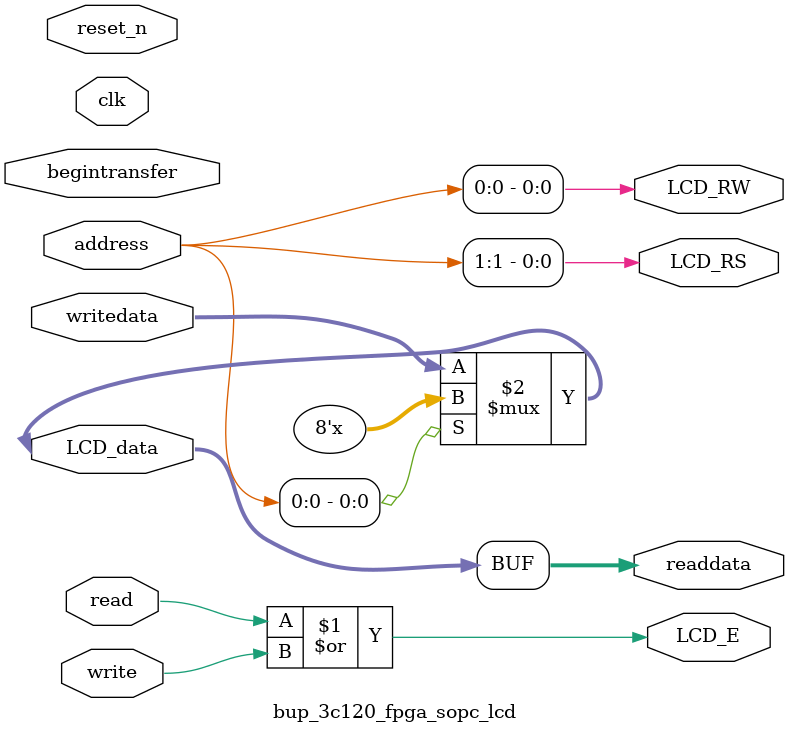
<source format=v>

`timescale 1ns / 1ps
// synthesis translate_on

// turn off superfluous verilog processor warnings 
// altera message_level Level1 
// altera message_off 10034 10035 10036 10037 10230 10240 10030 

module bup_3c120_fpga_sopc_lcd (
                                 // inputs:
                                  address,
                                  begintransfer,
                                  clk,
                                  read,
                                  reset_n,
                                  write,
                                  writedata,

                                 // outputs:
                                  LCD_E,
                                  LCD_RS,
                                  LCD_RW,
                                  LCD_data,
                                  readdata
                               )
;

  output           LCD_E;
  output           LCD_RS;
  output           LCD_RW;
  inout   [  7: 0] LCD_data;
  output  [  7: 0] readdata;
  input   [  1: 0] address;
  input            begintransfer;
  input            clk;
  input            read;
  input            reset_n;
  input            write;
  input   [  7: 0] writedata;

  wire             LCD_E;
  wire             LCD_RS;
  wire             LCD_RW;
  wire    [  7: 0] LCD_data;
  wire    [  7: 0] readdata;
  assign LCD_RW = address[0];
  assign LCD_RS = address[1];
  assign LCD_E = read | write;
  assign LCD_data = (address[0]) ? 8'bz : writedata;
  assign readdata = LCD_data;
  //control_slave, which is an e_avalon_slave

endmodule


</source>
